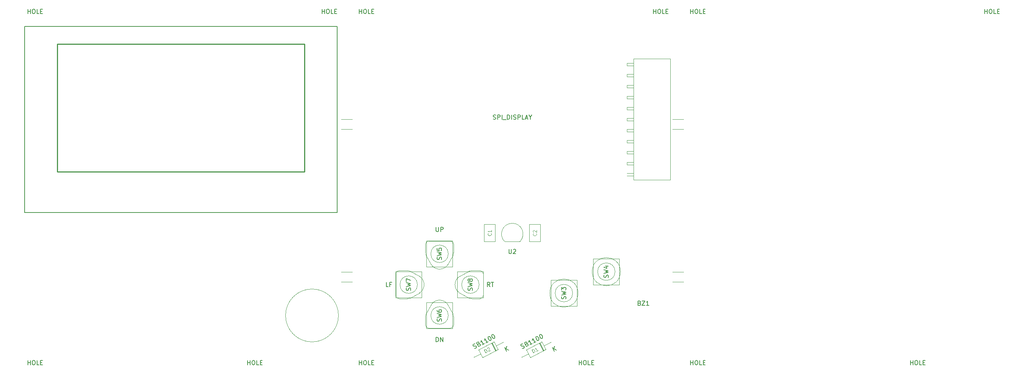
<source format=gbr>
G04 #@! TF.GenerationSoftware,KiCad,Pcbnew,(5.1.9-0-10_14)*
G04 #@! TF.CreationDate,2021-02-11T14:19:42-08:00*
G04 #@! TF.ProjectId,system,73797374-656d-42e6-9b69-6361645f7063,rev?*
G04 #@! TF.SameCoordinates,Original*
G04 #@! TF.FileFunction,Other,Fab,Top*
%FSLAX46Y46*%
G04 Gerber Fmt 4.6, Leading zero omitted, Abs format (unit mm)*
G04 Created by KiCad (PCBNEW (5.1.9-0-10_14)) date 2021-02-11 14:19:42*
%MOMM*%
%LPD*%
G01*
G04 APERTURE LIST*
%ADD10C,0.120000*%
%ADD11C,0.150000*%
%ADD12C,0.250000*%
%ADD13C,0.100000*%
G04 APERTURE END LIST*
D10*
X99635500Y-140208000D02*
G75*
G03*
X99635500Y-140208000I-6100000J0D01*
G01*
D11*
X27309500Y-73496000D02*
X99309500Y-73496000D01*
X27309500Y-116496000D02*
X99309500Y-116496000D01*
X99309500Y-73496000D02*
X99309500Y-116496000D01*
X27309500Y-73496000D02*
X27309500Y-116496000D01*
D12*
X34809500Y-77596000D02*
X91809500Y-77596000D01*
X34809500Y-107096000D02*
X91809500Y-107096000D01*
X34809500Y-77596000D02*
X34809500Y-107096000D01*
X91809500Y-77596000D02*
X91809500Y-107096000D01*
D13*
X179165000Y-132461000D02*
X176625000Y-132461000D01*
X179165000Y-130175000D02*
X176625000Y-130175000D01*
X179165000Y-94996000D02*
X176625000Y-94996000D01*
X179165000Y-97282000D02*
X176625000Y-97282000D01*
X100235000Y-94996000D02*
X102775000Y-94996000D01*
X100235000Y-97282000D02*
X102775000Y-97282000D01*
X100235000Y-132461000D02*
X102775000Y-132461000D01*
X100235000Y-130175000D02*
X102775000Y-130175000D01*
X166116000Y-107996000D02*
X167636000Y-107996000D01*
X167636000Y-107396000D02*
X166116000Y-107396000D01*
X167640000Y-81026000D02*
X167636000Y-81996000D01*
X167636000Y-96266000D02*
X167636000Y-81996000D01*
X176146000Y-81026000D02*
X176146000Y-96266000D01*
X166116000Y-92756000D02*
X167636000Y-92756000D01*
X167636000Y-92156000D02*
X166116000Y-92156000D01*
X166116000Y-92156000D02*
X166116000Y-92756000D01*
X166116000Y-90216000D02*
X167636000Y-90216000D01*
X167636000Y-89616000D02*
X166116000Y-89616000D01*
X166116000Y-89616000D02*
X166116000Y-90216000D01*
X166116000Y-87676000D02*
X167636000Y-87676000D01*
X167636000Y-87076000D02*
X166116000Y-87076000D01*
X166116000Y-87076000D02*
X166116000Y-87676000D01*
X166116000Y-85136000D02*
X167636000Y-85136000D01*
X167636000Y-84536000D02*
X166116000Y-84536000D01*
X166116000Y-84536000D02*
X166116000Y-85136000D01*
X176146000Y-81026000D02*
X167640000Y-81026000D01*
X166116000Y-95296000D02*
X167636000Y-95296000D01*
X167636000Y-94696000D02*
X166116000Y-94696000D01*
X166116000Y-94696000D02*
X166116000Y-95296000D01*
X167636000Y-81996000D02*
X166116000Y-81996000D01*
X166116000Y-82596000D02*
X167636000Y-82596000D01*
X166116000Y-81996000D02*
X166116000Y-82596000D01*
X167636000Y-97236000D02*
X166116000Y-97236000D01*
X166116000Y-97836000D02*
X167636000Y-97836000D01*
X166116000Y-97236000D02*
X166116000Y-97836000D01*
X166116000Y-102316000D02*
X166116000Y-102916000D01*
X176146000Y-108966000D02*
X167636000Y-108966000D01*
X176146000Y-96266000D02*
X176146000Y-108966000D01*
X167636000Y-108966000D02*
X167636000Y-97236000D01*
X167640000Y-96266000D02*
X167636000Y-97236000D01*
X166116000Y-104856000D02*
X166116000Y-105456000D01*
X166116000Y-102916000D02*
X167636000Y-102916000D01*
X167636000Y-102316000D02*
X166116000Y-102316000D01*
X167636000Y-99776000D02*
X166116000Y-99776000D01*
X166116000Y-99776000D02*
X166116000Y-100376000D01*
X166116000Y-100376000D02*
X167636000Y-100376000D01*
X167636000Y-104856000D02*
X166116000Y-104856000D01*
X166116000Y-105456000D02*
X167636000Y-105456000D01*
X132998000Y-135596000D02*
X132998000Y-130596000D01*
X132248000Y-136346000D02*
X130368046Y-136347318D01*
X129697480Y-136192260D02*
X127519271Y-134980867D01*
X132248000Y-129846000D02*
X130368046Y-129847318D01*
X129698118Y-130002396D02*
X127519271Y-131211133D01*
X129698118Y-130002397D02*
G75*
G02*
X130368046Y-129847318I605375J-1090618D01*
G01*
X130368046Y-136347318D02*
G75*
G02*
X129697480Y-136192260I-64553J1248333D01*
G01*
X132998000Y-130596000D02*
G75*
G03*
X132248000Y-129846000I-750000J0D01*
G01*
X132248000Y-136346000D02*
G75*
G03*
X132998000Y-135596000I0J750000D01*
G01*
X127519271Y-131211133D02*
G75*
G03*
X126498000Y-133096000I1228729J-1884867D01*
G01*
X127519271Y-134980867D02*
G75*
G02*
X126498000Y-133096000I1228729J1884867D01*
G01*
X126029604Y-139858118D02*
X124820867Y-137679271D01*
X126186000Y-142408000D02*
X126184682Y-140528046D01*
X119839740Y-139857480D02*
X121051133Y-137679271D01*
X119686000Y-142408000D02*
X119684682Y-140528046D01*
X120436000Y-143158000D02*
X125436000Y-143158000D01*
X121051133Y-137679271D02*
G75*
G02*
X122936000Y-136658000I1884867J-1228729D01*
G01*
X124820867Y-137679271D02*
G75*
G03*
X122936000Y-136658000I-1884867J-1228729D01*
G01*
X119686000Y-142408000D02*
G75*
G03*
X120436000Y-143158000I750000J0D01*
G01*
X125436000Y-143158000D02*
G75*
G03*
X126186000Y-142408000I0J750000D01*
G01*
X119684682Y-140528046D02*
G75*
G02*
X119839740Y-139857480I1248333J64553D01*
G01*
X126029603Y-139858118D02*
G75*
G02*
X126184682Y-140528046I-1090618J-605375D01*
G01*
X116173882Y-136189604D02*
X118352729Y-134980867D01*
X113624000Y-136346000D02*
X115503954Y-136344682D01*
X116174520Y-129999740D02*
X118352729Y-131211133D01*
X113624000Y-129846000D02*
X115503954Y-129844682D01*
X112874000Y-130596000D02*
X112874000Y-135596000D01*
X118352729Y-131211133D02*
G75*
G02*
X119374000Y-133096000I-1228729J-1884867D01*
G01*
X118352729Y-134980867D02*
G75*
G03*
X119374000Y-133096000I-1228729J1884867D01*
G01*
X113624000Y-129846000D02*
G75*
G03*
X112874000Y-130596000I0J-750000D01*
G01*
X112874000Y-135596000D02*
G75*
G03*
X113624000Y-136346000I750000J0D01*
G01*
X115503954Y-129844682D02*
G75*
G02*
X116174520Y-129999740I64553J-1248333D01*
G01*
X116173882Y-136189603D02*
G75*
G02*
X115503954Y-136344682I-605375J1090618D01*
G01*
X125436000Y-123034000D02*
X120436000Y-123034000D01*
X126186000Y-123784000D02*
X126187318Y-125663954D01*
X126032260Y-126334520D02*
X124820867Y-128512729D01*
X119686000Y-123784000D02*
X119687318Y-125663954D01*
X119842396Y-126333882D02*
X121051133Y-128512729D01*
X119842397Y-126333882D02*
G75*
G02*
X119687318Y-125663954I1090618J605375D01*
G01*
X126187318Y-125663954D02*
G75*
G02*
X126032260Y-126334520I-1248333J-64553D01*
G01*
X120436000Y-123034000D02*
G75*
G03*
X119686000Y-123784000I0J-750000D01*
G01*
X126186000Y-123784000D02*
G75*
G03*
X125436000Y-123034000I-750000J0D01*
G01*
X121051133Y-128512729D02*
G75*
G03*
X122936000Y-129534000I1884867J1228729D01*
G01*
X124820867Y-128512729D02*
G75*
G02*
X122936000Y-129534000I-1884867J1228729D01*
G01*
X164631000Y-130100000D02*
G75*
G03*
X164631000Y-130100000I-3250000J0D01*
G01*
X154852000Y-135053000D02*
G75*
G03*
X154852000Y-135053000I-3250000J0D01*
G01*
X135743000Y-123138000D02*
X135743000Y-119138000D01*
X133243000Y-123138000D02*
X135743000Y-123138000D01*
X133243000Y-119138000D02*
X133243000Y-123138000D01*
X135743000Y-119138000D02*
X133243000Y-119138000D01*
X143657000Y-123178000D02*
X146157000Y-123178000D01*
X146157000Y-123178000D02*
X146157000Y-119178000D01*
X146157000Y-119178000D02*
X143657000Y-119178000D01*
X143657000Y-119178000D02*
X143657000Y-123178000D01*
X147446259Y-148064252D02*
X146522762Y-146290230D01*
X146522762Y-146290230D02*
X142974718Y-148137225D01*
X142974718Y-148137225D02*
X143898216Y-149911246D01*
X143898216Y-149911246D02*
X147446259Y-148064252D01*
X148590000Y-146341476D02*
X146984510Y-147177241D01*
X141830977Y-149860000D02*
X143436467Y-149024235D01*
X146914053Y-148341301D02*
X145990555Y-146567279D01*
X146825351Y-148387476D02*
X145901854Y-146613454D01*
X147002754Y-148295126D02*
X146079256Y-146521104D01*
X135981777Y-148295126D02*
X135058279Y-146521104D01*
X135804374Y-148387476D02*
X134880877Y-146613454D01*
X135893076Y-148341301D02*
X134969578Y-146567279D01*
X130810000Y-149860000D02*
X132415490Y-149024235D01*
X137569023Y-146341476D02*
X135963533Y-147177241D01*
X132877239Y-149911246D02*
X136425282Y-148064252D01*
X131953741Y-148137225D02*
X132877239Y-149911246D01*
X135501785Y-146290230D02*
X131953741Y-148137225D01*
X136425282Y-148064252D02*
X135501785Y-146290230D01*
X137960000Y-123162000D02*
X141460000Y-123162000D01*
X137946375Y-123165625D02*
G75*
G02*
X139700000Y-118932000I1753625J1753625D01*
G01*
X141453625Y-123165625D02*
G75*
G03*
X139700000Y-118932000I-1753625J1753625D01*
G01*
X148602000Y-135053000D02*
X148602000Y-132053000D01*
X148602000Y-132053000D02*
X154602000Y-132053000D01*
X154602000Y-132053000D02*
X154602000Y-138053000D01*
X154602000Y-138053000D02*
X148602000Y-138053000D01*
X148602000Y-138053000D02*
X148602000Y-135053000D01*
X153617564Y-135053000D02*
G75*
G03*
X153617564Y-135053000I-2015564J0D01*
G01*
X163396564Y-130100000D02*
G75*
G03*
X163396564Y-130100000I-2015564J0D01*
G01*
X158381000Y-133100000D02*
X158381000Y-130100000D01*
X164381000Y-133100000D02*
X158381000Y-133100000D01*
X164381000Y-127100000D02*
X164381000Y-133100000D01*
X158381000Y-127100000D02*
X164381000Y-127100000D01*
X158381000Y-130100000D02*
X158381000Y-127100000D01*
X119936000Y-125984000D02*
X119936000Y-122984000D01*
X119936000Y-122984000D02*
X125936000Y-122984000D01*
X125936000Y-122984000D02*
X125936000Y-128984000D01*
X125936000Y-128984000D02*
X119936000Y-128984000D01*
X119936000Y-128984000D02*
X119936000Y-125984000D01*
X124951564Y-125984000D02*
G75*
G03*
X124951564Y-125984000I-2015564J0D01*
G01*
X125936000Y-140208000D02*
X125936000Y-143208000D01*
X125936000Y-143208000D02*
X119936000Y-143208000D01*
X119936000Y-143208000D02*
X119936000Y-137208000D01*
X119936000Y-137208000D02*
X125936000Y-137208000D01*
X125936000Y-137208000D02*
X125936000Y-140208000D01*
X124951564Y-140208000D02*
G75*
G03*
X124951564Y-140208000I-2015564J0D01*
G01*
X117839564Y-133096000D02*
G75*
G03*
X117839564Y-133096000I-2015564J0D01*
G01*
X112824000Y-136096000D02*
X112824000Y-133096000D01*
X118824000Y-136096000D02*
X112824000Y-136096000D01*
X118824000Y-130096000D02*
X118824000Y-136096000D01*
X112824000Y-130096000D02*
X118824000Y-130096000D01*
X112824000Y-133096000D02*
X112824000Y-130096000D01*
X132063564Y-133096000D02*
G75*
G03*
X132063564Y-133096000I-2015564J0D01*
G01*
X133048000Y-130096000D02*
X133048000Y-133096000D01*
X127048000Y-130096000D02*
X133048000Y-130096000D01*
X127048000Y-136096000D02*
X127048000Y-130096000D01*
X133048000Y-136096000D02*
X127048000Y-136096000D01*
X133048000Y-133096000D02*
X133048000Y-136096000D01*
D11*
X248632833Y-70556380D02*
X248632833Y-69556380D01*
X248632833Y-70032571D02*
X249204261Y-70032571D01*
X249204261Y-70556380D02*
X249204261Y-69556380D01*
X249870928Y-69556380D02*
X250061404Y-69556380D01*
X250156642Y-69604000D01*
X250251880Y-69699238D01*
X250299500Y-69889714D01*
X250299500Y-70223047D01*
X250251880Y-70413523D01*
X250156642Y-70508761D01*
X250061404Y-70556380D01*
X249870928Y-70556380D01*
X249775690Y-70508761D01*
X249680452Y-70413523D01*
X249632833Y-70223047D01*
X249632833Y-69889714D01*
X249680452Y-69699238D01*
X249775690Y-69604000D01*
X249870928Y-69556380D01*
X251204261Y-70556380D02*
X250728071Y-70556380D01*
X250728071Y-69556380D01*
X251537595Y-70032571D02*
X251870928Y-70032571D01*
X252013785Y-70556380D02*
X251537595Y-70556380D01*
X251537595Y-69556380D01*
X252013785Y-69556380D01*
X231487833Y-151582380D02*
X231487833Y-150582380D01*
X231487833Y-151058571D02*
X232059261Y-151058571D01*
X232059261Y-151582380D02*
X232059261Y-150582380D01*
X232725928Y-150582380D02*
X232916404Y-150582380D01*
X233011642Y-150630000D01*
X233106880Y-150725238D01*
X233154500Y-150915714D01*
X233154500Y-151249047D01*
X233106880Y-151439523D01*
X233011642Y-151534761D01*
X232916404Y-151582380D01*
X232725928Y-151582380D01*
X232630690Y-151534761D01*
X232535452Y-151439523D01*
X232487833Y-151249047D01*
X232487833Y-150915714D01*
X232535452Y-150725238D01*
X232630690Y-150630000D01*
X232725928Y-150582380D01*
X234059261Y-151582380D02*
X233583071Y-151582380D01*
X233583071Y-150582380D01*
X234392595Y-151058571D02*
X234725928Y-151058571D01*
X234868785Y-151582380D02*
X234392595Y-151582380D01*
X234392595Y-150582380D01*
X234868785Y-150582380D01*
X180814833Y-70556380D02*
X180814833Y-69556380D01*
X180814833Y-70032571D02*
X181386261Y-70032571D01*
X181386261Y-70556380D02*
X181386261Y-69556380D01*
X182052928Y-69556380D02*
X182243404Y-69556380D01*
X182338642Y-69604000D01*
X182433880Y-69699238D01*
X182481500Y-69889714D01*
X182481500Y-70223047D01*
X182433880Y-70413523D01*
X182338642Y-70508761D01*
X182243404Y-70556380D01*
X182052928Y-70556380D01*
X181957690Y-70508761D01*
X181862452Y-70413523D01*
X181814833Y-70223047D01*
X181814833Y-69889714D01*
X181862452Y-69699238D01*
X181957690Y-69604000D01*
X182052928Y-69556380D01*
X183386261Y-70556380D02*
X182910071Y-70556380D01*
X182910071Y-69556380D01*
X183719595Y-70032571D02*
X184052928Y-70032571D01*
X184195785Y-70556380D02*
X183719595Y-70556380D01*
X183719595Y-69556380D01*
X184195785Y-69556380D01*
X180814833Y-151582380D02*
X180814833Y-150582380D01*
X180814833Y-151058571D02*
X181386261Y-151058571D01*
X181386261Y-151582380D02*
X181386261Y-150582380D01*
X182052928Y-150582380D02*
X182243404Y-150582380D01*
X182338642Y-150630000D01*
X182433880Y-150725238D01*
X182481500Y-150915714D01*
X182481500Y-151249047D01*
X182433880Y-151439523D01*
X182338642Y-151534761D01*
X182243404Y-151582380D01*
X182052928Y-151582380D01*
X181957690Y-151534761D01*
X181862452Y-151439523D01*
X181814833Y-151249047D01*
X181814833Y-150915714D01*
X181862452Y-150725238D01*
X181957690Y-150630000D01*
X182052928Y-150582380D01*
X183386261Y-151582380D02*
X182910071Y-151582380D01*
X182910071Y-150582380D01*
X183719595Y-151058571D02*
X184052928Y-151058571D01*
X184195785Y-151582380D02*
X183719595Y-151582380D01*
X183719595Y-150582380D01*
X184195785Y-150582380D01*
X95851833Y-70556380D02*
X95851833Y-69556380D01*
X95851833Y-70032571D02*
X96423261Y-70032571D01*
X96423261Y-70556380D02*
X96423261Y-69556380D01*
X97089928Y-69556380D02*
X97280404Y-69556380D01*
X97375642Y-69604000D01*
X97470880Y-69699238D01*
X97518500Y-69889714D01*
X97518500Y-70223047D01*
X97470880Y-70413523D01*
X97375642Y-70508761D01*
X97280404Y-70556380D01*
X97089928Y-70556380D01*
X96994690Y-70508761D01*
X96899452Y-70413523D01*
X96851833Y-70223047D01*
X96851833Y-69889714D01*
X96899452Y-69699238D01*
X96994690Y-69604000D01*
X97089928Y-69556380D01*
X98423261Y-70556380D02*
X97947071Y-70556380D01*
X97947071Y-69556380D01*
X98756595Y-70032571D02*
X99089928Y-70032571D01*
X99232785Y-70556380D02*
X98756595Y-70556380D01*
X98756595Y-69556380D01*
X99232785Y-69556380D01*
X78706833Y-151582380D02*
X78706833Y-150582380D01*
X78706833Y-151058571D02*
X79278261Y-151058571D01*
X79278261Y-151582380D02*
X79278261Y-150582380D01*
X79944928Y-150582380D02*
X80135404Y-150582380D01*
X80230642Y-150630000D01*
X80325880Y-150725238D01*
X80373500Y-150915714D01*
X80373500Y-151249047D01*
X80325880Y-151439523D01*
X80230642Y-151534761D01*
X80135404Y-151582380D01*
X79944928Y-151582380D01*
X79849690Y-151534761D01*
X79754452Y-151439523D01*
X79706833Y-151249047D01*
X79706833Y-150915714D01*
X79754452Y-150725238D01*
X79849690Y-150630000D01*
X79944928Y-150582380D01*
X81278261Y-151582380D02*
X80802071Y-151582380D01*
X80802071Y-150582380D01*
X81611595Y-151058571D02*
X81944928Y-151058571D01*
X82087785Y-151582380D02*
X81611595Y-151582380D01*
X81611595Y-150582380D01*
X82087785Y-150582380D01*
X28033833Y-70556380D02*
X28033833Y-69556380D01*
X28033833Y-70032571D02*
X28605261Y-70032571D01*
X28605261Y-70556380D02*
X28605261Y-69556380D01*
X29271928Y-69556380D02*
X29462404Y-69556380D01*
X29557642Y-69604000D01*
X29652880Y-69699238D01*
X29700500Y-69889714D01*
X29700500Y-70223047D01*
X29652880Y-70413523D01*
X29557642Y-70508761D01*
X29462404Y-70556380D01*
X29271928Y-70556380D01*
X29176690Y-70508761D01*
X29081452Y-70413523D01*
X29033833Y-70223047D01*
X29033833Y-69889714D01*
X29081452Y-69699238D01*
X29176690Y-69604000D01*
X29271928Y-69556380D01*
X30605261Y-70556380D02*
X30129071Y-70556380D01*
X30129071Y-69556380D01*
X30938595Y-70032571D02*
X31271928Y-70032571D01*
X31414785Y-70556380D02*
X30938595Y-70556380D01*
X30938595Y-69556380D01*
X31414785Y-69556380D01*
X28033833Y-151582380D02*
X28033833Y-150582380D01*
X28033833Y-151058571D02*
X28605261Y-151058571D01*
X28605261Y-151582380D02*
X28605261Y-150582380D01*
X29271928Y-150582380D02*
X29462404Y-150582380D01*
X29557642Y-150630000D01*
X29652880Y-150725238D01*
X29700500Y-150915714D01*
X29700500Y-151249047D01*
X29652880Y-151439523D01*
X29557642Y-151534761D01*
X29462404Y-151582380D01*
X29271928Y-151582380D01*
X29176690Y-151534761D01*
X29081452Y-151439523D01*
X29033833Y-151249047D01*
X29033833Y-150915714D01*
X29081452Y-150725238D01*
X29176690Y-150630000D01*
X29271928Y-150582380D01*
X30605261Y-151582380D02*
X30129071Y-151582380D01*
X30129071Y-150582380D01*
X30938595Y-151058571D02*
X31271928Y-151058571D01*
X31414785Y-151582380D02*
X30938595Y-151582380D01*
X30938595Y-150582380D01*
X31414785Y-150582380D01*
X104424333Y-151582380D02*
X104424333Y-150582380D01*
X104424333Y-151058571D02*
X104995761Y-151058571D01*
X104995761Y-151582380D02*
X104995761Y-150582380D01*
X105662428Y-150582380D02*
X105852904Y-150582380D01*
X105948142Y-150630000D01*
X106043380Y-150725238D01*
X106091000Y-150915714D01*
X106091000Y-151249047D01*
X106043380Y-151439523D01*
X105948142Y-151534761D01*
X105852904Y-151582380D01*
X105662428Y-151582380D01*
X105567190Y-151534761D01*
X105471952Y-151439523D01*
X105424333Y-151249047D01*
X105424333Y-150915714D01*
X105471952Y-150725238D01*
X105567190Y-150630000D01*
X105662428Y-150582380D01*
X106995761Y-151582380D02*
X106519571Y-151582380D01*
X106519571Y-150582380D01*
X107329095Y-151058571D02*
X107662428Y-151058571D01*
X107805285Y-151582380D02*
X107329095Y-151582380D01*
X107329095Y-150582380D01*
X107805285Y-150582380D01*
X104424333Y-70556380D02*
X104424333Y-69556380D01*
X104424333Y-70032571D02*
X104995761Y-70032571D01*
X104995761Y-70556380D02*
X104995761Y-69556380D01*
X105662428Y-69556380D02*
X105852904Y-69556380D01*
X105948142Y-69604000D01*
X106043380Y-69699238D01*
X106091000Y-69889714D01*
X106091000Y-70223047D01*
X106043380Y-70413523D01*
X105948142Y-70508761D01*
X105852904Y-70556380D01*
X105662428Y-70556380D01*
X105567190Y-70508761D01*
X105471952Y-70413523D01*
X105424333Y-70223047D01*
X105424333Y-69889714D01*
X105471952Y-69699238D01*
X105567190Y-69604000D01*
X105662428Y-69556380D01*
X106995761Y-70556380D02*
X106519571Y-70556380D01*
X106519571Y-69556380D01*
X107329095Y-70032571D02*
X107662428Y-70032571D01*
X107805285Y-70556380D02*
X107329095Y-70556380D01*
X107329095Y-69556380D01*
X107805285Y-69556380D01*
X155097333Y-151582380D02*
X155097333Y-150582380D01*
X155097333Y-151058571D02*
X155668761Y-151058571D01*
X155668761Y-151582380D02*
X155668761Y-150582380D01*
X156335428Y-150582380D02*
X156525904Y-150582380D01*
X156621142Y-150630000D01*
X156716380Y-150725238D01*
X156764000Y-150915714D01*
X156764000Y-151249047D01*
X156716380Y-151439523D01*
X156621142Y-151534761D01*
X156525904Y-151582380D01*
X156335428Y-151582380D01*
X156240190Y-151534761D01*
X156144952Y-151439523D01*
X156097333Y-151249047D01*
X156097333Y-150915714D01*
X156144952Y-150725238D01*
X156240190Y-150630000D01*
X156335428Y-150582380D01*
X157668761Y-151582380D02*
X157192571Y-151582380D01*
X157192571Y-150582380D01*
X158002095Y-151058571D02*
X158335428Y-151058571D01*
X158478285Y-151582380D02*
X158002095Y-151582380D01*
X158002095Y-150582380D01*
X158478285Y-150582380D01*
X172242333Y-70556380D02*
X172242333Y-69556380D01*
X172242333Y-70032571D02*
X172813761Y-70032571D01*
X172813761Y-70556380D02*
X172813761Y-69556380D01*
X173480428Y-69556380D02*
X173670904Y-69556380D01*
X173766142Y-69604000D01*
X173861380Y-69699238D01*
X173909000Y-69889714D01*
X173909000Y-70223047D01*
X173861380Y-70413523D01*
X173766142Y-70508761D01*
X173670904Y-70556380D01*
X173480428Y-70556380D01*
X173385190Y-70508761D01*
X173289952Y-70413523D01*
X173242333Y-70223047D01*
X173242333Y-69889714D01*
X173289952Y-69699238D01*
X173385190Y-69604000D01*
X173480428Y-69556380D01*
X174813761Y-70556380D02*
X174337571Y-70556380D01*
X174337571Y-69556380D01*
X175147095Y-70032571D02*
X175480428Y-70032571D01*
X175623285Y-70556380D02*
X175147095Y-70556380D01*
X175147095Y-69556380D01*
X175623285Y-69556380D01*
X169045047Y-137342571D02*
X169187904Y-137390190D01*
X169235523Y-137437809D01*
X169283142Y-137533047D01*
X169283142Y-137675904D01*
X169235523Y-137771142D01*
X169187904Y-137818761D01*
X169092666Y-137866380D01*
X168711714Y-137866380D01*
X168711714Y-136866380D01*
X169045047Y-136866380D01*
X169140285Y-136914000D01*
X169187904Y-136961619D01*
X169235523Y-137056857D01*
X169235523Y-137152095D01*
X169187904Y-137247333D01*
X169140285Y-137294952D01*
X169045047Y-137342571D01*
X168711714Y-137342571D01*
X169616476Y-136866380D02*
X170283142Y-136866380D01*
X169616476Y-137866380D01*
X170283142Y-137866380D01*
X171187904Y-137866380D02*
X170616476Y-137866380D01*
X170902190Y-137866380D02*
X170902190Y-136866380D01*
X170806952Y-137009238D01*
X170711714Y-137104476D01*
X170616476Y-137152095D01*
D10*
X134778714Y-121271333D02*
X134816809Y-121309428D01*
X134854904Y-121423714D01*
X134854904Y-121499904D01*
X134816809Y-121614190D01*
X134740619Y-121690380D01*
X134664428Y-121728476D01*
X134512047Y-121766571D01*
X134397761Y-121766571D01*
X134245380Y-121728476D01*
X134169190Y-121690380D01*
X134093000Y-121614190D01*
X134054904Y-121499904D01*
X134054904Y-121423714D01*
X134093000Y-121309428D01*
X134131095Y-121271333D01*
X134854904Y-120509428D02*
X134854904Y-120966571D01*
X134854904Y-120738000D02*
X134054904Y-120738000D01*
X134169190Y-120814190D01*
X134245380Y-120890380D01*
X134283476Y-120966571D01*
X145192714Y-121311333D02*
X145230809Y-121349428D01*
X145268904Y-121463714D01*
X145268904Y-121539904D01*
X145230809Y-121654190D01*
X145154619Y-121730380D01*
X145078428Y-121768476D01*
X144926047Y-121806571D01*
X144811761Y-121806571D01*
X144659380Y-121768476D01*
X144583190Y-121730380D01*
X144507000Y-121654190D01*
X144468904Y-121539904D01*
X144468904Y-121463714D01*
X144507000Y-121349428D01*
X144545095Y-121311333D01*
X144545095Y-121006571D02*
X144507000Y-120968476D01*
X144468904Y-120892285D01*
X144468904Y-120701809D01*
X144507000Y-120625619D01*
X144545095Y-120587523D01*
X144621285Y-120549428D01*
X144697476Y-120549428D01*
X144811761Y-120587523D01*
X145268904Y-121044666D01*
X145268904Y-120549428D01*
D11*
X142031998Y-147821626D02*
X142180702Y-147797901D01*
X142391895Y-147687961D01*
X142454384Y-147601746D01*
X142474635Y-147537519D01*
X142472897Y-147431054D01*
X142428921Y-147346577D01*
X142342707Y-147284088D01*
X142278480Y-147263837D01*
X142172015Y-147265575D01*
X141981072Y-147311288D01*
X141874607Y-147313026D01*
X141810380Y-147292775D01*
X141724166Y-147230286D01*
X141680190Y-147145809D01*
X141678452Y-147039343D01*
X141698703Y-146975117D01*
X141761192Y-146888902D01*
X141972385Y-146778962D01*
X142121089Y-146755236D01*
X142994799Y-146783575D02*
X143143503Y-146759850D01*
X143207730Y-146780101D01*
X143293944Y-146842590D01*
X143359908Y-146969306D01*
X143361646Y-147075771D01*
X143341395Y-147139997D01*
X143278906Y-147226212D01*
X142940997Y-147402116D01*
X142479248Y-146515106D01*
X142774919Y-146361189D01*
X142881384Y-146359452D01*
X142945611Y-146379702D01*
X143031825Y-146442192D01*
X143075801Y-146526669D01*
X143077539Y-146633134D01*
X143057288Y-146697361D01*
X142994799Y-146783575D01*
X142699129Y-146937492D01*
X144292633Y-146698499D02*
X143785769Y-146962356D01*
X144039201Y-146830428D02*
X143577452Y-145943417D01*
X143558939Y-146114109D01*
X143518438Y-146242562D01*
X143455949Y-146328777D01*
X145137405Y-146258739D02*
X144630542Y-146522595D01*
X144883973Y-146390667D02*
X144422225Y-145503656D01*
X144403711Y-145674348D01*
X144363210Y-145802801D01*
X144300721Y-145889016D01*
X145224758Y-145085884D02*
X145309235Y-145041908D01*
X145415701Y-145040170D01*
X145479927Y-145060421D01*
X145566142Y-145122910D01*
X145696333Y-145269876D01*
X145806273Y-145481069D01*
X145851986Y-145672012D01*
X145853724Y-145778477D01*
X145833473Y-145842704D01*
X145770984Y-145928918D01*
X145686507Y-145972894D01*
X145580042Y-145974632D01*
X145515815Y-145954381D01*
X145429600Y-145891892D01*
X145299410Y-145744926D01*
X145189469Y-145533733D01*
X145143756Y-145342790D01*
X145142018Y-145236325D01*
X145162269Y-145172098D01*
X145224758Y-145085884D01*
X146069530Y-144646123D02*
X146154008Y-144602147D01*
X146260473Y-144600410D01*
X146324700Y-144620660D01*
X146410914Y-144683149D01*
X146541105Y-144830116D01*
X146651045Y-145041309D01*
X146696759Y-145232251D01*
X146698496Y-145338716D01*
X146678245Y-145402943D01*
X146615756Y-145489158D01*
X146531279Y-145533134D01*
X146424814Y-145534871D01*
X146360587Y-145514621D01*
X146274372Y-145452132D01*
X146144182Y-145305165D01*
X146034242Y-145093972D01*
X145988528Y-144903030D01*
X145986791Y-144796564D01*
X146007041Y-144732338D01*
X146069530Y-144646123D01*
X149397721Y-148460295D02*
X148935973Y-147573285D01*
X149904585Y-148196439D02*
X149260581Y-147887468D01*
X149442836Y-147309428D02*
X149199829Y-148080148D01*
D10*
X144587735Y-148832928D02*
X144218336Y-148123319D01*
X144387290Y-148035367D01*
X144506253Y-148016386D01*
X144609016Y-148048787D01*
X144677988Y-148098779D01*
X144782140Y-148216352D01*
X144834912Y-148317724D01*
X144871482Y-148470478D01*
X144872872Y-148555651D01*
X144840471Y-148658413D01*
X144756689Y-148744975D01*
X144587735Y-148832928D01*
X145669043Y-148270034D02*
X145263553Y-148481119D01*
X145466298Y-148375576D02*
X145096899Y-147665968D01*
X145082088Y-147802521D01*
X145049688Y-147905284D01*
X144999696Y-147974256D01*
D11*
X131011021Y-147821626D02*
X131159725Y-147797901D01*
X131370918Y-147687961D01*
X131433407Y-147601746D01*
X131453658Y-147537519D01*
X131451920Y-147431054D01*
X131407944Y-147346577D01*
X131321730Y-147284088D01*
X131257503Y-147263837D01*
X131151038Y-147265575D01*
X130960095Y-147311288D01*
X130853630Y-147313026D01*
X130789403Y-147292775D01*
X130703189Y-147230286D01*
X130659213Y-147145809D01*
X130657475Y-147039343D01*
X130677726Y-146975117D01*
X130740215Y-146888902D01*
X130951408Y-146778962D01*
X131100112Y-146755236D01*
X131973822Y-146783575D02*
X132122526Y-146759850D01*
X132186753Y-146780101D01*
X132272967Y-146842590D01*
X132338931Y-146969306D01*
X132340669Y-147075771D01*
X132320418Y-147139997D01*
X132257929Y-147226212D01*
X131920020Y-147402116D01*
X131458271Y-146515106D01*
X131753942Y-146361189D01*
X131860407Y-146359452D01*
X131924634Y-146379702D01*
X132010848Y-146442192D01*
X132054824Y-146526669D01*
X132056562Y-146633134D01*
X132036311Y-146697361D01*
X131973822Y-146783575D01*
X131678152Y-146937492D01*
X133271656Y-146698499D02*
X132764792Y-146962356D01*
X133018224Y-146830428D02*
X132556475Y-145943417D01*
X132537962Y-146114109D01*
X132497461Y-146242562D01*
X132434972Y-146328777D01*
X134116428Y-146258739D02*
X133609565Y-146522595D01*
X133862996Y-146390667D02*
X133401248Y-145503656D01*
X133382734Y-145674348D01*
X133342233Y-145802801D01*
X133279744Y-145889016D01*
X134203781Y-145085884D02*
X134288258Y-145041908D01*
X134394724Y-145040170D01*
X134458950Y-145060421D01*
X134545165Y-145122910D01*
X134675356Y-145269876D01*
X134785296Y-145481069D01*
X134831009Y-145672012D01*
X134832747Y-145778477D01*
X134812496Y-145842704D01*
X134750007Y-145928918D01*
X134665530Y-145972894D01*
X134559065Y-145974632D01*
X134494838Y-145954381D01*
X134408623Y-145891892D01*
X134278433Y-145744926D01*
X134168492Y-145533733D01*
X134122779Y-145342790D01*
X134121041Y-145236325D01*
X134141292Y-145172098D01*
X134203781Y-145085884D01*
X135048553Y-144646123D02*
X135133031Y-144602147D01*
X135239496Y-144600410D01*
X135303723Y-144620660D01*
X135389937Y-144683149D01*
X135520128Y-144830116D01*
X135630068Y-145041309D01*
X135675782Y-145232251D01*
X135677519Y-145338716D01*
X135657268Y-145402943D01*
X135594779Y-145489158D01*
X135510302Y-145533134D01*
X135403837Y-145534871D01*
X135339610Y-145514621D01*
X135253395Y-145452132D01*
X135123205Y-145305165D01*
X135013265Y-145093972D01*
X134967551Y-144903030D01*
X134965814Y-144796564D01*
X134986064Y-144732338D01*
X135048553Y-144646123D01*
D10*
X133566758Y-148832928D02*
X133197359Y-148123319D01*
X133366313Y-148035367D01*
X133485276Y-148016386D01*
X133588039Y-148048787D01*
X133657011Y-148098779D01*
X133761163Y-148216352D01*
X133813935Y-148317724D01*
X133850505Y-148470478D01*
X133851895Y-148555651D01*
X133819494Y-148658413D01*
X133735712Y-148744975D01*
X133566758Y-148832928D01*
X133908357Y-147839092D02*
X133924558Y-147787711D01*
X133974549Y-147718739D01*
X134143504Y-147630787D01*
X134228676Y-147629397D01*
X134280057Y-147645597D01*
X134349029Y-147695589D01*
X134384210Y-147763171D01*
X134403190Y-147882134D01*
X134208785Y-148498709D01*
X134648066Y-148270034D01*
D11*
X138376744Y-148460295D02*
X137914996Y-147573285D01*
X138883608Y-148196439D02*
X138239604Y-147887468D01*
X138421859Y-147309428D02*
X138178852Y-148080148D01*
X138938095Y-124928380D02*
X138938095Y-125737904D01*
X138985714Y-125833142D01*
X139033333Y-125880761D01*
X139128571Y-125928380D01*
X139319047Y-125928380D01*
X139414285Y-125880761D01*
X139461904Y-125833142D01*
X139509523Y-125737904D01*
X139509523Y-124928380D01*
X139938095Y-125023619D02*
X139985714Y-124976000D01*
X140080952Y-124928380D01*
X140319047Y-124928380D01*
X140414285Y-124976000D01*
X140461904Y-125023619D01*
X140509523Y-125118857D01*
X140509523Y-125214095D01*
X140461904Y-125356952D01*
X139890476Y-125928380D01*
X140509523Y-125928380D01*
X135319047Y-94900761D02*
X135461904Y-94948380D01*
X135700000Y-94948380D01*
X135795238Y-94900761D01*
X135842857Y-94853142D01*
X135890476Y-94757904D01*
X135890476Y-94662666D01*
X135842857Y-94567428D01*
X135795238Y-94519809D01*
X135700000Y-94472190D01*
X135509523Y-94424571D01*
X135414285Y-94376952D01*
X135366666Y-94329333D01*
X135319047Y-94234095D01*
X135319047Y-94138857D01*
X135366666Y-94043619D01*
X135414285Y-93996000D01*
X135509523Y-93948380D01*
X135747619Y-93948380D01*
X135890476Y-93996000D01*
X136319047Y-94948380D02*
X136319047Y-93948380D01*
X136700000Y-93948380D01*
X136795238Y-93996000D01*
X136842857Y-94043619D01*
X136890476Y-94138857D01*
X136890476Y-94281714D01*
X136842857Y-94376952D01*
X136795238Y-94424571D01*
X136700000Y-94472190D01*
X136319047Y-94472190D01*
X137319047Y-94948380D02*
X137319047Y-93948380D01*
X137557142Y-95043619D02*
X138319047Y-95043619D01*
X138557142Y-94948380D02*
X138557142Y-93948380D01*
X138795238Y-93948380D01*
X138938095Y-93996000D01*
X139033333Y-94091238D01*
X139080952Y-94186476D01*
X139128571Y-94376952D01*
X139128571Y-94519809D01*
X139080952Y-94710285D01*
X139033333Y-94805523D01*
X138938095Y-94900761D01*
X138795238Y-94948380D01*
X138557142Y-94948380D01*
X139557142Y-94948380D02*
X139557142Y-93948380D01*
X139985714Y-94900761D02*
X140128571Y-94948380D01*
X140366666Y-94948380D01*
X140461904Y-94900761D01*
X140509523Y-94853142D01*
X140557142Y-94757904D01*
X140557142Y-94662666D01*
X140509523Y-94567428D01*
X140461904Y-94519809D01*
X140366666Y-94472190D01*
X140176190Y-94424571D01*
X140080952Y-94376952D01*
X140033333Y-94329333D01*
X139985714Y-94234095D01*
X139985714Y-94138857D01*
X140033333Y-94043619D01*
X140080952Y-93996000D01*
X140176190Y-93948380D01*
X140414285Y-93948380D01*
X140557142Y-93996000D01*
X140985714Y-94948380D02*
X140985714Y-93948380D01*
X141366666Y-93948380D01*
X141461904Y-93996000D01*
X141509523Y-94043619D01*
X141557142Y-94138857D01*
X141557142Y-94281714D01*
X141509523Y-94376952D01*
X141461904Y-94424571D01*
X141366666Y-94472190D01*
X140985714Y-94472190D01*
X142461904Y-94948380D02*
X141985714Y-94948380D01*
X141985714Y-93948380D01*
X142747619Y-94662666D02*
X143223809Y-94662666D01*
X142652380Y-94948380D02*
X142985714Y-93948380D01*
X143319047Y-94948380D01*
X143842857Y-94472190D02*
X143842857Y-94948380D01*
X143509523Y-93948380D02*
X143842857Y-94472190D01*
X144176190Y-93948380D01*
X152006761Y-136386333D02*
X152054380Y-136243476D01*
X152054380Y-136005380D01*
X152006761Y-135910142D01*
X151959142Y-135862523D01*
X151863904Y-135814904D01*
X151768666Y-135814904D01*
X151673428Y-135862523D01*
X151625809Y-135910142D01*
X151578190Y-136005380D01*
X151530571Y-136195857D01*
X151482952Y-136291095D01*
X151435333Y-136338714D01*
X151340095Y-136386333D01*
X151244857Y-136386333D01*
X151149619Y-136338714D01*
X151102000Y-136291095D01*
X151054380Y-136195857D01*
X151054380Y-135957761D01*
X151102000Y-135814904D01*
X151054380Y-135481571D02*
X152054380Y-135243476D01*
X151340095Y-135053000D01*
X152054380Y-134862523D01*
X151054380Y-134624428D01*
X151054380Y-134338714D02*
X151054380Y-133719666D01*
X151435333Y-134053000D01*
X151435333Y-133910142D01*
X151482952Y-133814904D01*
X151530571Y-133767285D01*
X151625809Y-133719666D01*
X151863904Y-133719666D01*
X151959142Y-133767285D01*
X152006761Y-133814904D01*
X152054380Y-133910142D01*
X152054380Y-134195857D01*
X152006761Y-134291095D01*
X151959142Y-134338714D01*
X161785761Y-131433333D02*
X161833380Y-131290476D01*
X161833380Y-131052380D01*
X161785761Y-130957142D01*
X161738142Y-130909523D01*
X161642904Y-130861904D01*
X161547666Y-130861904D01*
X161452428Y-130909523D01*
X161404809Y-130957142D01*
X161357190Y-131052380D01*
X161309571Y-131242857D01*
X161261952Y-131338095D01*
X161214333Y-131385714D01*
X161119095Y-131433333D01*
X161023857Y-131433333D01*
X160928619Y-131385714D01*
X160881000Y-131338095D01*
X160833380Y-131242857D01*
X160833380Y-131004761D01*
X160881000Y-130861904D01*
X160833380Y-130528571D02*
X161833380Y-130290476D01*
X161119095Y-130100000D01*
X161833380Y-129909523D01*
X160833380Y-129671428D01*
X161166714Y-128861904D02*
X161833380Y-128861904D01*
X160785761Y-129100000D02*
X161500047Y-129338095D01*
X161500047Y-128719047D01*
X122150285Y-119848380D02*
X122150285Y-120657904D01*
X122197904Y-120753142D01*
X122245523Y-120800761D01*
X122340761Y-120848380D01*
X122531238Y-120848380D01*
X122626476Y-120800761D01*
X122674095Y-120753142D01*
X122721714Y-120657904D01*
X122721714Y-119848380D01*
X123197904Y-120848380D02*
X123197904Y-119848380D01*
X123578857Y-119848380D01*
X123674095Y-119896000D01*
X123721714Y-119943619D01*
X123769333Y-120038857D01*
X123769333Y-120181714D01*
X123721714Y-120276952D01*
X123674095Y-120324571D01*
X123578857Y-120372190D01*
X123197904Y-120372190D01*
X123340761Y-127317333D02*
X123388380Y-127174476D01*
X123388380Y-126936380D01*
X123340761Y-126841142D01*
X123293142Y-126793523D01*
X123197904Y-126745904D01*
X123102666Y-126745904D01*
X123007428Y-126793523D01*
X122959809Y-126841142D01*
X122912190Y-126936380D01*
X122864571Y-127126857D01*
X122816952Y-127222095D01*
X122769333Y-127269714D01*
X122674095Y-127317333D01*
X122578857Y-127317333D01*
X122483619Y-127269714D01*
X122436000Y-127222095D01*
X122388380Y-127126857D01*
X122388380Y-126888761D01*
X122436000Y-126745904D01*
X122388380Y-126412571D02*
X123388380Y-126174476D01*
X122674095Y-125984000D01*
X123388380Y-125793523D01*
X122388380Y-125555428D01*
X122388380Y-124698285D02*
X122388380Y-125174476D01*
X122864571Y-125222095D01*
X122816952Y-125174476D01*
X122769333Y-125079238D01*
X122769333Y-124841142D01*
X122816952Y-124745904D01*
X122864571Y-124698285D01*
X122959809Y-124650666D01*
X123197904Y-124650666D01*
X123293142Y-124698285D01*
X123340761Y-124745904D01*
X123388380Y-124841142D01*
X123388380Y-125079238D01*
X123340761Y-125174476D01*
X123293142Y-125222095D01*
X122150285Y-146248380D02*
X122150285Y-145248380D01*
X122388380Y-145248380D01*
X122531238Y-145296000D01*
X122626476Y-145391238D01*
X122674095Y-145486476D01*
X122721714Y-145676952D01*
X122721714Y-145819809D01*
X122674095Y-146010285D01*
X122626476Y-146105523D01*
X122531238Y-146200761D01*
X122388380Y-146248380D01*
X122150285Y-146248380D01*
X123150285Y-146248380D02*
X123150285Y-145248380D01*
X123721714Y-146248380D01*
X123721714Y-145248380D01*
X123340761Y-141541333D02*
X123388380Y-141398476D01*
X123388380Y-141160380D01*
X123340761Y-141065142D01*
X123293142Y-141017523D01*
X123197904Y-140969904D01*
X123102666Y-140969904D01*
X123007428Y-141017523D01*
X122959809Y-141065142D01*
X122912190Y-141160380D01*
X122864571Y-141350857D01*
X122816952Y-141446095D01*
X122769333Y-141493714D01*
X122674095Y-141541333D01*
X122578857Y-141541333D01*
X122483619Y-141493714D01*
X122436000Y-141446095D01*
X122388380Y-141350857D01*
X122388380Y-141112761D01*
X122436000Y-140969904D01*
X122388380Y-140636571D02*
X123388380Y-140398476D01*
X122674095Y-140208000D01*
X123388380Y-140017523D01*
X122388380Y-139779428D01*
X122388380Y-138969904D02*
X122388380Y-139160380D01*
X122436000Y-139255619D01*
X122483619Y-139303238D01*
X122626476Y-139398476D01*
X122816952Y-139446095D01*
X123197904Y-139446095D01*
X123293142Y-139398476D01*
X123340761Y-139350857D01*
X123388380Y-139255619D01*
X123388380Y-139065142D01*
X123340761Y-138969904D01*
X123293142Y-138922285D01*
X123197904Y-138874666D01*
X122959809Y-138874666D01*
X122864571Y-138922285D01*
X122816952Y-138969904D01*
X122769333Y-139065142D01*
X122769333Y-139255619D01*
X122816952Y-139350857D01*
X122864571Y-139398476D01*
X122959809Y-139446095D01*
X111132952Y-133548380D02*
X110656761Y-133548380D01*
X110656761Y-132548380D01*
X111799619Y-133024571D02*
X111466285Y-133024571D01*
X111466285Y-133548380D02*
X111466285Y-132548380D01*
X111942476Y-132548380D01*
X116228761Y-134429333D02*
X116276380Y-134286476D01*
X116276380Y-134048380D01*
X116228761Y-133953142D01*
X116181142Y-133905523D01*
X116085904Y-133857904D01*
X115990666Y-133857904D01*
X115895428Y-133905523D01*
X115847809Y-133953142D01*
X115800190Y-134048380D01*
X115752571Y-134238857D01*
X115704952Y-134334095D01*
X115657333Y-134381714D01*
X115562095Y-134429333D01*
X115466857Y-134429333D01*
X115371619Y-134381714D01*
X115324000Y-134334095D01*
X115276380Y-134238857D01*
X115276380Y-134000761D01*
X115324000Y-133857904D01*
X115276380Y-133524571D02*
X116276380Y-133286476D01*
X115562095Y-133096000D01*
X116276380Y-132905523D01*
X115276380Y-132667428D01*
X115276380Y-132381714D02*
X115276380Y-131715047D01*
X116276380Y-132143619D01*
X134548571Y-133548380D02*
X134215238Y-133072190D01*
X133977142Y-133548380D02*
X133977142Y-132548380D01*
X134358095Y-132548380D01*
X134453333Y-132596000D01*
X134500952Y-132643619D01*
X134548571Y-132738857D01*
X134548571Y-132881714D01*
X134500952Y-132976952D01*
X134453333Y-133024571D01*
X134358095Y-133072190D01*
X133977142Y-133072190D01*
X134834285Y-132548380D02*
X135405714Y-132548380D01*
X135120000Y-133548380D02*
X135120000Y-132548380D01*
X130452761Y-134429333D02*
X130500380Y-134286476D01*
X130500380Y-134048380D01*
X130452761Y-133953142D01*
X130405142Y-133905523D01*
X130309904Y-133857904D01*
X130214666Y-133857904D01*
X130119428Y-133905523D01*
X130071809Y-133953142D01*
X130024190Y-134048380D01*
X129976571Y-134238857D01*
X129928952Y-134334095D01*
X129881333Y-134381714D01*
X129786095Y-134429333D01*
X129690857Y-134429333D01*
X129595619Y-134381714D01*
X129548000Y-134334095D01*
X129500380Y-134238857D01*
X129500380Y-134000761D01*
X129548000Y-133857904D01*
X129500380Y-133524571D02*
X130500380Y-133286476D01*
X129786095Y-133096000D01*
X130500380Y-132905523D01*
X129500380Y-132667428D01*
X129928952Y-132143619D02*
X129881333Y-132238857D01*
X129833714Y-132286476D01*
X129738476Y-132334095D01*
X129690857Y-132334095D01*
X129595619Y-132286476D01*
X129548000Y-132238857D01*
X129500380Y-132143619D01*
X129500380Y-131953142D01*
X129548000Y-131857904D01*
X129595619Y-131810285D01*
X129690857Y-131762666D01*
X129738476Y-131762666D01*
X129833714Y-131810285D01*
X129881333Y-131857904D01*
X129928952Y-131953142D01*
X129928952Y-132143619D01*
X129976571Y-132238857D01*
X130024190Y-132286476D01*
X130119428Y-132334095D01*
X130309904Y-132334095D01*
X130405142Y-132286476D01*
X130452761Y-132238857D01*
X130500380Y-132143619D01*
X130500380Y-131953142D01*
X130452761Y-131857904D01*
X130405142Y-131810285D01*
X130309904Y-131762666D01*
X130119428Y-131762666D01*
X130024190Y-131810285D01*
X129976571Y-131857904D01*
X129928952Y-131953142D01*
M02*

</source>
